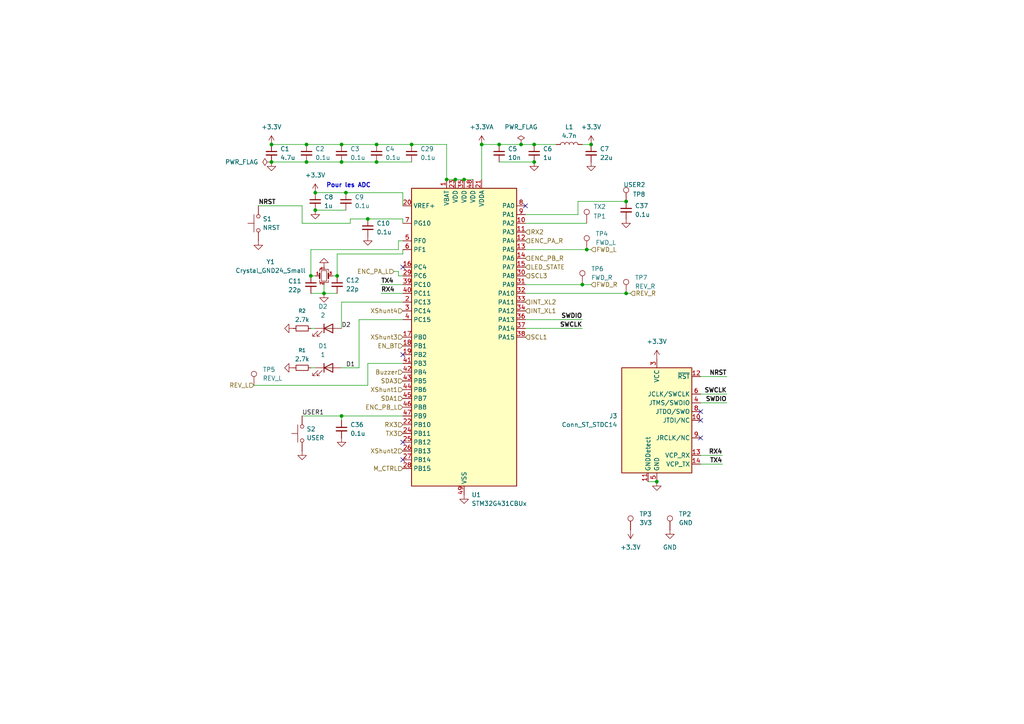
<source format=kicad_sch>
(kicad_sch (version 20250114) (generator "eeschema") (generator_version "9.0")
  (paper "A4")
  (lib_symbols
    (symbol "Connector:Conn_ST_STDC14"
      (property "Reference" "J" (at -8.89 16.51 0))
      (property "Value" "Conn_ST_STDC14" (at 17.78 16.51 0))
      (symbol "Conn_ST_STDC14_0_1"
        (rectangle (start -10.16 15.24) (end 10.16 -15.24) (stroke (width 0.254)) (fill (type background)))
      )
      (symbol "Conn_ST_STDC14_1_1"
        (pin no_connect line (at -10.16 5.08 0) (length 2.54) (hide yes) (name "NC") (number "1"))
        (pin no_connect line (at -10.16 2.54 0) (length 2.54) (hide yes) (name "NC") (number "2"))
        (pin passive line (at -2.54 -17.78 90) (length 2.54) (name "GNDDetect") (number "11"))
        (pin power_in line (at 0 17.78 270) (length 2.54) (name "VCC") (number "3"))
        (pin power_in line (at 0 -17.78 90) (length 2.54) (name "GND") (number "5"))
        (pin passive line (at 0 -17.78 90) (length 2.54) (hide yes) (name "GND") (number "7"))
        (pin open_collector line (at 12.7 12.7 180) (length 2.54) (name "~{RST}") (number "12"))
        (pin output line (at 12.7 7.62 180) (length 2.54) (name "JCLK/SWCLK") (number "6"))
        (pin bidirectional line (at 12.7 5.08 180) (length 2.54) (name "JTMS/SWDIO") (number "4"))
        (pin input line (at 12.7 2.54 180) (length 2.54) (name "JTDO/SWO") (number "8"))
        (pin output line (at 12.7 0 180) (length 2.54) (name "JTDI/NC") (number "10"))
        (pin input line (at 12.7 -5.08 180) (length 2.54) (name "JRCLK/NC") (number "9"))
        (pin output line (at 12.7 -10.16 180) (length 2.54) (name "VCP_RX") (number "13"))
        (pin input line (at 12.7 -12.7 180) (length 2.54) (name "VCP_TX") (number "14"))
      )
    )
    (symbol "Connector:TestPoint" (pin_numbers (hide yes)) (pin_names (offset 0.762) (hide yes))
      (property "Reference" "TP" (at 0 6.858 0))
      (property "Value" "TestPoint" (at 0 5.08 0))
      (symbol "TestPoint_0_1"
        (circle (center 0 3.302) (radius 0.762))
      )
      (symbol "TestPoint_1_1"
        (pin passive line (at 0 0 90) (length 2.54) (name "1") (number "1"))
      )
    )
    (symbol "Device:C_Small" (pin_numbers (hide yes)) (pin_names (offset 0.254) (hide yes))
      (property "Reference" "C" (at 0.254 1.778 0))
      (property "Value" "C_Small" (at 0.254 -2.032 0))
      (symbol "C_Small_0_1"
        (polyline (pts (xy -1.524 0.508) (xy 1.524 0.508)) (stroke (width 0.3048)))
        (polyline (pts (xy -1.524 -0.508) (xy 1.524 -0.508)) (stroke (width 0.3302)))
      )
      (symbol "C_Small_1_1"
        (pin passive line (at 0 2.54 270) (length 2.032) (name "~") (number "1"))
        (pin passive line (at 0 -2.54 90) (length 2.032) (name "~") (number "2"))
      )
    )
    (symbol "Device:Crystal_GND24_Small" (pin_names (offset 1.016) (hide yes))
      (property "Reference" "Y" (at 1.27 4.445 0))
      (property "Value" "Crystal_GND24_Small" (at 1.27 2.54 0))
      (symbol "Crystal_GND24_Small_0_1"
        (polyline (pts (xy -1.27 1.27) (xy -1.27 1.905) (xy 1.27 1.905) (xy 1.27 1.27)))
        (polyline (pts (xy -1.27 -0.762) (xy -1.27 0.762)) (stroke (width 0.381)))
        (polyline (pts (xy -1.27 -1.27) (xy -1.27 -1.905) (xy 1.27 -1.905) (xy 1.27 -1.27)))
        (rectangle (start -0.762 -1.524) (end 0.762 1.524))
        (polyline (pts (xy 1.27 -0.762) (xy 1.27 0.762)) (stroke (width 0.381)))
      )
      (symbol "Crystal_GND24_Small_1_1"
        (pin passive line (at -2.54 0 0) (length 1.27) (name "1") (number "1"))
        (pin passive line (at 0 2.54 270) (length 0.635) (name "4") (number "4"))
        (pin passive line (at 0 -2.54 90) (length 0.635) (name "2") (number "2"))
        (pin passive line (at 2.54 0 180) (length 1.27) (name "3") (number "3"))
      )
    )
    (symbol "Device:L" (pin_numbers (hide yes)) (pin_names (offset 1.016) (hide yes))
      (property "Reference" "L" (at -1.27 0 90))
      (property "Value" "L" (at 1.905 0 90))
      (symbol "L_0_1"
        (arc (start 0 2.54) (mid 0.6323 1.905) (end 0 1.27))
        (arc (start 0 1.27) (mid 0.6323 0.635) (end 0 0))
        (arc (start 0 0) (mid 0.6323 -0.635) (end 0 -1.27))
        (arc (start 0 -1.27) (mid 0.6323 -1.905) (end 0 -2.54))
      )
      (symbol "L_1_1"
        (pin passive line (at 0 3.81 270) (length 1.27) (name "1") (number "1"))
        (pin passive line (at 0 -3.81 90) (length 1.27) (name "2") (number "2"))
      )
    )
    (symbol "Device:LED" (pin_numbers (hide yes)) (pin_names (offset 1.016) (hide yes))
      (property "Reference" "D" (at 0 2.54 0))
      (property "Value" "LED" (at 0 -2.54 0))
      (symbol "LED_0_1"
        (polyline (pts (xy -3.048 -0.762) (xy -4.572 -2.286) (xy -3.81 -2.286) (xy -4.572 -2.286) (xy -4.572 -1.524)))
        (polyline (pts (xy -1.778 -0.762) (xy -3.302 -2.286) (xy -2.54 -2.286) (xy -3.302 -2.286) (xy -3.302 -1.524)))
        (polyline (pts (xy -1.27 0) (xy 1.27 0)))
        (polyline (pts (xy -1.27 -1.27) (xy -1.27 1.27)) (stroke (width 0.254)))
        (polyline (pts (xy 1.27 -1.27) (xy 1.27 1.27) (xy -1.27 0) (xy 1.27 -1.27)) (stroke (width 0.254)))
      )
      (symbol "LED_1_1"
        (pin passive line (at -3.81 0 0) (length 2.54) (name "K") (number "1"))
        (pin passive line (at 3.81 0 180) (length 2.54) (name "A") (number "2"))
      )
    )
    (symbol "Device:R_Small" (pin_numbers (hide yes)) (pin_names (offset 0.254) (hide yes))
      (property "Reference" "R" (at 0 0 90))
      (property "Value" "R_Small" (at 1.778 0 90))
      (symbol "R_Small_0_1"
        (rectangle (start -0.762 1.778) (end 0.762 -1.778) (stroke (width 0.2032)))
      )
      (symbol "R_Small_1_1"
        (pin passive line (at 0 2.54 270) (length 0.762) (name "~") (number "1"))
        (pin passive line (at 0 -2.54 90) (length 0.762) (name "~") (number "2"))
      )
    )
    (symbol "MCU_ST_STM32G4:STM32G431CBUx"
      (property "Reference" "U" (at -15.24 44.45 0))
      (property "Value" "STM32G431CBUx" (at 7.62 44.45 0))
      (symbol "STM32G431CBUx_0_1"
        (rectangle (start -15.24 -43.18) (end 15.24 43.18) (stroke (width 0.254)) (fill (type background)))
      )
      (symbol "STM32G431CBUx_1_1"
        (pin input line (at -17.78 38.1 0) (length 2.54) (name "VREF+") (number "20"))
        (pin bidirectional line (at -17.78 33.02 0) (length 2.54) (name "PG10") (number "7"))
        (pin bidirectional line (at -17.78 27.94 0) (length 2.54) (name "PF0") (number "5"))
        (pin bidirectional line (at -17.78 25.4 0) (length 2.54) (name "PF1") (number "6"))
        (pin bidirectional line (at -17.78 20.32 0) (length 2.54) (name "PC4") (number "16"))
        (pin bidirectional line (at -17.78 17.78 0) (length 2.54) (name "PC6") (number "29"))
        (pin bidirectional line (at -17.78 15.24 0) (length 2.54) (name "PC10") (number "39"))
        (pin bidirectional line (at -17.78 12.7 0) (length 2.54) (name "PC11") (number "40"))
        (pin bidirectional line (at -17.78 10.16 0) (length 2.54) (name "PC13") (number "2"))
        (pin bidirectional line (at -17.78 7.62 0) (length 2.54) (name "PC14") (number "3"))
        (pin bidirectional line (at -17.78 5.08 0) (length 2.54) (name "PC15") (number "4"))
        (pin bidirectional line (at -17.78 0 0) (length 2.54) (name "PB0") (number "17"))
        (pin bidirectional line (at -17.78 -2.54 0) (length 2.54) (name "PB1") (number "18"))
        (pin bidirectional line (at -17.78 -5.08 0) (length 2.54) (name "PB2") (number "19"))
        (pin bidirectional line (at -17.78 -7.62 0) (length 2.54) (name "PB3") (number "41"))
        (pin bidirectional line (at -17.78 -10.16 0) (length 2.54) (name "PB4") (number "42"))
        (pin bidirectional line (at -17.78 -12.7 0) (length 2.54) (name "PB5") (number "43"))
        (pin bidirectional line (at -17.78 -15.24 0) (length 2.54) (name "PB6") (number "44"))
        (pin bidirectional line (at -17.78 -17.78 0) (length 2.54) (name "PB7") (number "45"))
        (pin bidirectional line (at -17.78 -20.32 0) (length 2.54) (name "PB8") (number "46"))
        (pin bidirectional line (at -17.78 -22.86 0) (length 2.54) (name "PB9") (number "47"))
        (pin bidirectional line (at -17.78 -25.4 0) (length 2.54) (name "PB10") (number "22"))
        (pin bidirectional line (at -17.78 -27.94 0) (length 2.54) (name "PB11") (number "24"))
        (pin bidirectional line (at -17.78 -30.48 0) (length 2.54) (name "PB12") (number "25"))
        (pin bidirectional line (at -17.78 -33.02 0) (length 2.54) (name "PB13") (number "26"))
        (pin bidirectional line (at -17.78 -35.56 0) (length 2.54) (name "PB14") (number "27"))
        (pin bidirectional line (at -17.78 -38.1 0) (length 2.54) (name "PB15") (number "28"))
        (pin power_in line (at -5.08 45.72 270) (length 2.54) (name "VBAT") (number "1"))
        (pin power_in line (at -2.54 45.72 270) (length 2.54) (name "VDD") (number "23"))
        (pin power_in line (at 0 45.72 270) (length 2.54) (name "VDD") (number "35"))
        (pin power_in line (at 0 -45.72 90) (length 2.54) (name "VSS") (number "49"))
        (pin power_in line (at 2.54 45.72 270) (length 2.54) (name "VDD") (number "48"))
        (pin power_in line (at 5.08 45.72 270) (length 2.54) (name "VDDA") (number "21"))
        (pin bidirectional line (at 17.78 38.1 180) (length 2.54) (name "PA0") (number "8"))
        (pin bidirectional line (at 17.78 35.56 180) (length 2.54) (name "PA1") (number "9"))
        (pin bidirectional line (at 17.78 33.02 180) (length 2.54) (name "PA2") (number "10"))
        (pin bidirectional line (at 17.78 30.48 180) (length 2.54) (name "PA3") (number "11"))
        (pin bidirectional line (at 17.78 27.94 180) (length 2.54) (name "PA4") (number "12"))
        (pin bidirectional line (at 17.78 25.4 180) (length 2.54) (name "PA5") (number "13"))
        (pin bidirectional line (at 17.78 22.86 180) (length 2.54) (name "PA6") (number "14"))
        (pin bidirectional line (at 17.78 20.32 180) (length 2.54) (name "PA7") (number "15"))
        (pin bidirectional line (at 17.78 17.78 180) (length 2.54) (name "PA8") (number "30"))
        (pin bidirectional line (at 17.78 15.24 180) (length 2.54) (name "PA9") (number "31"))
        (pin bidirectional line (at 17.78 12.7 180) (length 2.54) (name "PA10") (number "32"))
        (pin bidirectional line (at 17.78 10.16 180) (length 2.54) (name "PA11") (number "33"))
        (pin bidirectional line (at 17.78 7.62 180) (length 2.54) (name "PA12") (number "34"))
        (pin bidirectional line (at 17.78 5.08 180) (length 2.54) (name "PA13") (number "36"))
        (pin bidirectional line (at 17.78 2.54 180) (length 2.54) (name "PA14") (number "37"))
        (pin bidirectional line (at 17.78 0 180) (length 2.54) (name "PA15") (number "38"))
      )
    )
    (symbol "Switch:SW_Push" (pin_numbers (hide yes)) (pin_names (offset 1.016) (hide yes))
      (property "Reference" "SW" (at 1.27 2.54 0))
      (property "Value" "SW_Push" (at 0 -1.524 0))
      (symbol "SW_Push_0_1"
        (circle (center -2.032 0) (radius 0.508))
        (polyline (pts (xy 0 1.27) (xy 0 3.048)))
        (circle (center 2.032 0) (radius 0.508))
        (polyline (pts (xy 2.54 1.27) (xy -2.54 1.27)))
        (pin passive line (at -5.08 0 0) (length 2.54) (name "1") (number "1"))
        (pin passive line (at 5.08 0 180) (length 2.54) (name "2") (number "2"))
      )
    )
    (symbol "power:+3.3V" (power) (pin_numbers (hide yes)) (pin_names (offset 0) (hide yes))
      (property "Value" "+3.3V" (at 0 3.556 0))
      (symbol "+3.3V_0_1"
        (polyline (pts (xy -0.762 1.27) (xy 0 2.54)))
        (polyline (pts (xy 0 2.54) (xy 0.762 1.27)))
        (polyline (pts (xy 0 0) (xy 0 2.54)))
      )
      (symbol "+3.3V_1_1"
        (pin power_in line (at 0 0 90) (length 0) (name "~") (number "1"))
      )
    )
    (symbol "power:+3.3VA" (power) (pin_numbers (hide yes)) (pin_names (offset 0) (hide yes))
      (property "Value" "+3.3VA" (at 0 3.556 0))
      (symbol "+3.3VA_0_1"
        (polyline (pts (xy -0.762 1.27) (xy 0 2.54)))
        (polyline (pts (xy 0 2.54) (xy 0.762 1.27)))
        (polyline (pts (xy 0 0) (xy 0 2.54)))
      )
      (symbol "+3.3VA_1_1"
        (pin power_in line (at 0 0 90) (length 0) (name "~") (number "1"))
      )
    )
    (symbol "power:GND" (power) (pin_numbers (hide yes)) (pin_names (offset 0) (hide yes))
      (property "Value" "GND" (at 0 -3.81 0))
      (symbol "GND_0_1"
        (polyline (pts (xy 0 0) (xy 0 -1.27) (xy 1.27 -1.27) (xy 0 -2.54) (xy -1.27 -1.27) (xy 0 -1.27)))
      )
      (symbol "GND_1_1"
        (pin power_in line (at 0 0 270) (length 0) (name "~") (number "1"))
      )
    )
    (symbol "power:PWR_FLAG" (power) (pin_numbers (hide yes)) (pin_names (offset 0) (hide yes))
      (property "Value" "PWR_FLAG" (at 0 3.81 0))
      (symbol "PWR_FLAG_0_0"
        (pin power_out line (at 0 0 90) (length 0) (name "~") (number "1"))
      )
      (symbol "PWR_FLAG_0_1"
        (polyline (pts (xy 0 0) (xy 0 1.27) (xy -1.016 1.905) (xy 0 2.54) (xy 1.016 1.905) (xy 0 1.27)))
      )
    )
  )
  (text "Pour les ADC" (at 101.092 53.848 0) (effects (font (size 1.27 1.27) (thickness 0.254) (bold yes))))
  (junction (at 91.44 55.88))
  (junction (at 93.98 85.09))
  (junction (at 109.22 46.99))
  (junction (at 181.61 85.09))
  (junction (at 119.38 41.91))
  (junction (at 132.08 52.07))
  (junction (at 168.91 82.55))
  (junction (at 88.9 46.99))
  (junction (at 88.9 41.91))
  (junction (at 99.06 41.91))
  (junction (at 181.61 58.42))
  (junction (at 170.18 72.39))
  (junction (at 154.94 46.99))
  (junction (at 106.68 63.5))
  (junction (at 144.78 41.91))
  (junction (at 190.5 139.7))
  (junction (at 151.13 41.91))
  (junction (at 78.74 41.91))
  (junction (at 139.7 41.91))
  (junction (at 99.06 120.65))
  (junction (at 100.33 55.88))
  (junction (at 90.17 80.01))
  (junction (at 171.45 41.91))
  (junction (at 97.79 80.01))
  (junction (at 109.22 41.91))
  (junction (at 129.54 52.07))
  (junction (at 91.44 60.96))
  (junction (at 78.74 46.99))
  (junction (at 99.06 46.99))
  (junction (at 154.94 41.91))
  (junction (at 134.62 52.07))
  (no_connect (at 116.84 128.27))
  (no_connect (at 116.84 133.35))
  (no_connect (at 116.84 77.47))
  (no_connect (at 203.2 127))
  (no_connect (at 116.84 102.87))
  (no_connect (at 203.2 119.38))
  (no_connect (at 152.4 59.69))
  (no_connect (at 203.2 121.92))
  (wire (pts (xy 88.9 46.99) (xy 99.06 46.99)))
  (wire (pts (xy 210.82 114.3) (xy 203.2 114.3)))
  (wire (pts (xy 109.22 41.91) (xy 119.38 41.91)))
  (wire (pts (xy 182.88 85.09) (xy 181.61 85.09)))
  (wire (pts (xy 168.91 41.91) (xy 171.45 41.91)))
  (wire (pts (xy 151.13 41.91) (xy 154.94 41.91)))
  (wire (pts (xy 116.84 73.66) (xy 116.84 72.39)))
  (wire (pts (xy 168.91 92.71) (xy 152.4 92.71)))
  (wire (pts (xy 97.79 80.01) (xy 96.52 80.01)))
  (wire (pts (xy 144.78 41.91) (xy 151.13 41.91)))
  (wire (pts (xy 168.91 82.55) (xy 152.4 82.55)))
  (wire (pts (xy 210.82 109.22) (xy 203.2 109.22)))
  (wire (pts (xy 78.74 46.99) (xy 88.9 46.99)))
  (wire (pts (xy 181.61 85.09) (xy 152.4 85.09)))
  (wire (pts (xy 119.38 41.91) (xy 129.54 41.91)))
  (wire (pts (xy 93.98 85.09) (xy 97.79 85.09)))
  (wire (pts (xy 116.84 87.63) (xy 99.06 87.63)))
  (wire (pts (xy 115.57 80.01) (xy 115.57 78.74)))
  (wire (pts (xy 99.06 121.92) (xy 99.06 120.65)))
  (wire (pts (xy 116.84 59.69) (xy 116.84 55.88)))
  (wire (pts (xy 87.63 64.77) (xy 87.63 59.69)))
  (wire (pts (xy 115.57 69.85) (xy 115.57 72.39)))
  (wire (pts (xy 116.84 63.5) (xy 116.84 64.77)))
  (wire (pts (xy 161.29 41.91) (xy 154.94 41.91)))
  (wire (pts (xy 73.66 111.76) (xy 106.68 111.76)))
  (wire (pts (xy 167.64 58.42) (xy 181.61 58.42)))
  (wire (pts (xy 152.4 62.23) (xy 167.64 62.23)))
  (wire (pts (xy 139.7 41.91) (xy 144.78 41.91)))
  (wire (pts (xy 97.79 73.66) (xy 116.84 73.66)))
  (wire (pts (xy 101.6 64.77) (xy 101.6 63.5)))
  (wire (pts (xy 168.91 95.25) (xy 152.4 95.25)))
  (wire (pts (xy 170.18 64.77) (xy 152.4 64.77)))
  (wire (pts (xy 90.17 106.68) (xy 91.44 106.68)))
  (wire (pts (xy 99.06 46.99) (xy 109.22 46.99)))
  (wire (pts (xy 101.6 63.5) (xy 106.68 63.5)))
  (wire (pts (xy 187.96 139.7) (xy 190.5 139.7)))
  (wire (pts (xy 100.33 55.88) (xy 116.84 55.88)))
  (wire (pts (xy 109.22 46.99) (xy 119.38 46.99)))
  (wire (pts (xy 88.9 41.91) (xy 99.06 41.91)))
  (wire (pts (xy 90.17 72.39) (xy 115.57 72.39)))
  (wire (pts (xy 209.55 134.62) (xy 203.2 134.62)))
  (wire (pts (xy 171.45 72.39) (xy 170.18 72.39)))
  (wire (pts (xy 129.54 52.07) (xy 132.08 52.07)))
  (wire (pts (xy 90.17 72.39) (xy 90.17 80.01)))
  (wire (pts (xy 93.98 85.09) (xy 90.17 85.09)))
  (wire (pts (xy 110.49 85.09) (xy 116.84 85.09)))
  (wire (pts (xy 116.84 92.71) (xy 104.14 92.71)))
  (wire (pts (xy 132.08 52.07) (xy 134.62 52.07)))
  (wire (pts (xy 116.84 69.85) (xy 115.57 69.85)))
  (wire (pts (xy 91.44 60.96) (xy 100.33 60.96)))
  (wire (pts (xy 91.44 55.88) (xy 100.33 55.88)))
  (wire (pts (xy 139.7 52.07) (xy 139.7 41.91)))
  (wire (pts (xy 134.62 52.07) (xy 137.16 52.07)))
  (wire (pts (xy 210.82 116.84) (xy 203.2 116.84)))
  (wire (pts (xy 144.78 46.99) (xy 154.94 46.99)))
  (wire (pts (xy 171.45 82.55) (xy 168.91 82.55)))
  (wire (pts (xy 93.98 82.55) (xy 93.98 85.09)))
  (wire (pts (xy 99.06 41.91) (xy 109.22 41.91)))
  (wire (pts (xy 97.79 73.66) (xy 97.79 80.01)))
  (wire (pts (xy 90.17 80.01) (xy 91.44 80.01)))
  (wire (pts (xy 87.63 59.69) (xy 74.93 59.69)))
  (wire (pts (xy 129.54 41.91) (xy 129.54 52.07)))
  (wire (pts (xy 115.57 80.01) (xy 116.84 80.01)))
  (wire (pts (xy 99.06 87.63) (xy 99.06 95.25)))
  (wire (pts (xy 106.68 63.5) (xy 116.84 63.5)))
  (wire (pts (xy 90.17 95.25) (xy 91.44 95.25)))
  (wire (pts (xy 99.06 106.68) (xy 104.14 106.68)))
  (wire (pts (xy 104.14 92.71) (xy 104.14 106.68)))
  (wire (pts (xy 170.18 72.39) (xy 152.4 72.39)))
  (wire (pts (xy 167.64 62.23) (xy 167.64 58.42)))
  (wire (pts (xy 78.74 41.91) (xy 88.9 41.91)))
  (wire (pts (xy 115.57 78.74) (xy 114.3 78.74)))
  (wire (pts (xy 87.63 64.77) (xy 101.6 64.77)))
  (wire (pts (xy 106.68 111.76) (xy 106.68 105.41)))
  (wire (pts (xy 209.55 132.08) (xy 203.2 132.08)))
  (wire (pts (xy 87.63 120.65) (xy 99.06 120.65)))
  (wire (pts (xy 99.06 120.65) (xy 116.84 120.65)))
  (wire (pts (xy 106.68 105.41) (xy 116.84 105.41)))
  (wire (pts (xy 110.49 82.55) (xy 116.84 82.55)))
  (label "SWCLK" (at 210.82 114.3 180) (effects (font (thickness 0.254) (bold yes))))
  (label "SWDIO" (at 168.91 92.71 180) (effects (font (thickness 0.254) (bold yes))))
  (label "TX4" (at 110.49 82.55 0) (effects (font (thickness 0.254) (bold yes))))
  (label "NRST" (at 74.93 59.69 0) (effects (font (thickness 0.254) (bold yes))))
  (label "D1" (at 100.33 106.68 0))
  (label "RX4" (at 209.55 132.08 180) (effects (font (thickness 0.254) (bold yes))))
  (label "USER1" (at 87.63 120.65 0))
  (label "SWDIO" (at 210.82 116.84 180) (effects (font (thickness 0.254) (bold yes))))
  (label "RX4" (at 110.49 85.09 0) (effects (font (thickness 0.254) (bold yes))))
  (label "SWCLK" (at 168.91 95.25 180) (effects (font (thickness 0.254) (bold yes))))
  (label "TX4" (at 209.55 134.62 180) (effects (font (thickness 0.254) (bold yes))))
  (label "D2" (at 99.06 95.25 0))
  (label "NRST" (at 210.82 109.22 180) (effects (font (thickness 0.254) (bold yes))))
  (hierarchical_label "ENC_PA_L" (shape input) (at 114.3 78.74 180))
  (hierarchical_label "XShunt4" (shape input) (at 116.84 90.17 180))
  (hierarchical_label "REV_R" (shape input) (at 182.88 85.09 0))
  (hierarchical_label "ENC_PB_L" (shape input) (at 116.84 118.11 180))
  (hierarchical_label "SDA1" (shape input) (at 116.84 115.57 180) (effects (font (thickness 0.1588))))
  (hierarchical_label "ENC_PB_R" (shape input) (at 152.4 74.93 0))
  (hierarchical_label "TX3" (shape input) (at 116.84 125.73 180) (effects (font (thickness 0.1588))))
  (hierarchical_label "INT_XL2" (shape input) (at 152.4 87.63 0) (effects (font (thickness 0.1588))))
  (hierarchical_label "M_CTRL" (shape input) (at 116.84 135.89 180) (effects (font (thickness 0.1588))))
  (hierarchical_label "LED_STATE" (shape input) (at 152.4 77.47 0))
  (hierarchical_label "FWD_L" (shape input) (at 171.45 72.39 0))
  (hierarchical_label "XShunt1" (shape input) (at 116.84 113.03 180))
  (hierarchical_label "FWD_R" (shape input) (at 171.45 82.55 0))
  (hierarchical_label "INT_XL1" (shape input) (at 152.4 90.17 0) (effects (font (thickness 0.1588))))
  (hierarchical_label "XShunt2" (shape input) (at 116.84 130.81 180))
  (hierarchical_label "EN_BT" (shape input) (at 116.84 100.33 180))
  (hierarchical_label "ENC_PA_R" (shape input) (at 152.4 69.85 0))
  (hierarchical_label "Buzzer" (shape input) (at 116.84 107.95 180))
  (hierarchical_label "REV_L" (shape input) (at 73.66 111.76 180))
  (hierarchical_label "RX2" (shape input) (at 152.4 67.31 0) (effects (font (thickness 0.1588))))
  (hierarchical_label "SCL1" (shape input) (at 152.4 97.79 0) (effects (font (thickness 0.1588))))
  (hierarchical_label "RX3" (shape input) (at 116.84 123.19 180) (effects (font (thickness 0.1588))))
  (hierarchical_label "XShunt3" (shape input) (at 116.84 97.79 180))
  (hierarchical_label "SDA3" (shape input) (at 116.84 110.49 180) (effects (font (thickness 0.1588))))
  (hierarchical_label "SCL3" (shape input) (at 152.4 80.01 0) (effects (font (thickness 0.1588))))
  (symbol (lib_id "power:+3.3V") (at 171.45 41.91 0) (unit 1)
    (property "Reference" "#PWR03" (effects (hide yes)))
    (property "Value" "+3.3V" (at 171.45 36.83 0))
    (property "Description" "Power symbol creates a global label with name \"+3.3V\"" (effects (hide yes)))
  )
  (symbol (lib_id "power:GND") (at 106.68 68.58 0) (unit 1)
    (property "Reference" "#PWR010" (effects (hide yes)))
    (property "Value" "GND" (effects (hide yes)))
    (property "Description" "Power symbol creates a global label with name \"GND\" , ground" (effects (hide yes)))
  )
  (symbol (lib_id "power:+3.3V") (at 91.44 55.88 0) (unit 1)
    (property "Reference" "#PWR017" (effects (hide yes)))
    (property "Value" "+3.3V" (at 91.44 50.8 0))
    (property "Description" "Power symbol creates a global label with name \"+3.3V\"" (effects (hide yes)))
  )
  (symbol (lib_id "power:GND") (at 93.98 77.47 180) (unit 1)
    (property "Reference" "#PWR011" (effects (hide yes)))
    (property "Value" "GND" (effects (hide yes)))
    (property "Description" "Power symbol creates a global label with name \"GND\" , ground" (effects (hide yes)))
  )
  (symbol (lib_id "Connector:Conn_ST_STDC14") (at 190.5 121.92 0) (unit 1)
    (property "Reference" "J3" (at 179.07 120.6499 0) (effects (justify right)))
    (property "Value" "Conn_ST_STDC14" (at 179.07 123.1899 0) (effects (justify right)))
    (property "Footprint" "Connector_PinHeader_1.27mm:PinHeader_2x07_P1.27mm_Vertical_SMD" (effects (hide yes)))
    (property "Datasheet" "https://www.st.com/content/ccc/resource/technical/document/user_manual/group1/99/49/91/b6/b2/3a/46/e5/DM00526767/files/DM00526767.pdf/jcr:content/translations/en.DM00526767.pdf" (effects (hide yes)))
    (property "Description" "ST Debug Connector, standard ARM Cortex-M SWD and JTAG interface plus UART" (effects (hide yes)))
  )
  (symbol (lib_id "Device:C_Small") (at 171.45 44.45 0) (unit 1)
    (property "Reference" "C7" (at 173.99 43.1862 0) (effects (justify left)))
    (property "Value" "22u" (at 173.99 45.7262 0) (effects (justify left)))
    (property "Footprint" "Capacitor_SMD:C_0603_1608Metric" (effects (hide yes)))
    (property "Description" "Unpolarized capacitor, small symbol" (effects (hide yes)))
  )
  (symbol (lib_id "Device:C_Small") (at 109.22 44.45 0) (unit 1)
    (property "Reference" "C4" (at 111.76 43.1862 0) (effects (justify left)))
    (property "Value" "0.1u" (at 111.76 45.7262 0) (effects (justify left)))
    (property "Footprint" "Capacitor_SMD:C_0402_1005Metric" (effects (hide yes)))
    (property "Description" "Unpolarized capacitor, small symbol" (effects (hide yes)))
  )
  (symbol (lib_id "Device:C_Small") (at 100.33 58.42 0) (unit 1)
    (property "Reference" "C9" (at 102.87 57.1562 0) (effects (justify left)))
    (property "Value" "0.1u" (at 102.87 59.6962 0) (effects (justify left)))
    (property "Footprint" "Capacitor_SMD:C_0402_1005Metric" (effects (hide yes)))
    (property "Description" "Unpolarized capacitor, small symbol" (effects (hide yes)))
  )
  (symbol (lib_id "Switch:SW_Push") (at 74.93 64.77 90) (unit 1)
    (property "Reference" "S1" (at 76.2 63.4999 90) (effects (justify right)))
    (property "Value" "NRST" (at 76.2 66.0399 90) (effects (justify right)))
    (property "Footprint" "ESE:430182070816" (effects (hide yes)))
    (property "Description" "Push button switch, generic, two pins" (effects (hide yes)))
  )
  (symbol (lib_id "Connector:TestPoint") (at 181.61 85.09 0) (unit 1)
    (property "Reference" "TP7" (at 184.15 80.5179 0) (effects (justify left)))
    (property "Value" "REV_R" (at 184.15 83.0579 0) (effects (justify left)))
    (property "Footprint" "TestPoint:TestPoint_Bridge_Pitch2.0mm_Drill0.7mm" (effects (hide yes)))
    (property "Description" "test point" (effects (hide yes)))
  )
  (symbol (lib_id "power:GND") (at 134.62 143.51 0) (unit 1)
    (property "Reference" "#PWR022" (effects (hide yes)))
    (property "Value" "GND" (effects (hide yes)))
    (property "Description" "Power symbol creates a global label with name \"GND\" , ground" (effects (hide yes)))
  )
  (symbol (lib_id "Connector:TestPoint") (at 73.66 111.76 0) (unit 1)
    (property "Reference" "TP5" (at 76.2 107.1879 0) (effects (justify left)))
    (property "Value" "REV_L" (at 76.2 109.7279 0) (effects (justify left)))
    (property "Footprint" "TestPoint:TestPoint_Bridge_Pitch2.0mm_Drill0.7mm" (effects (hide yes)))
    (property "Description" "test point" (effects (hide yes)))
  )
  (symbol (lib_id "Device:C_Small") (at 144.78 44.45 0) (unit 1)
    (property "Reference" "C5" (at 147.32 43.1862 0) (effects (justify left)))
    (property "Value" "10n" (at 147.32 45.7262 0) (effects (justify left)))
    (property "Footprint" "Capacitor_SMD:C_0402_1005Metric" (effects (hide yes)))
    (property "Description" "Unpolarized capacitor, small symbol" (effects (hide yes)))
  )
  (symbol (lib_id "Connector:TestPoint") (at 168.91 82.55 0) (unit 1)
    (property "Reference" "TP6" (at 171.45 77.9779 0) (effects (justify left)))
    (property "Value" "FWD_R" (at 171.45 80.5179 0) (effects (justify left)))
    (property "Footprint" "TestPoint:TestPoint_Bridge_Pitch2.0mm_Drill0.7mm" (effects (hide yes)))
    (property "Description" "test point" (effects (hide yes)))
  )
  (symbol (lib_id "power:+3.3VA") (at 139.7 41.91 0) (unit 1)
    (property "Reference" "#PWR02" (effects (hide yes)))
    (property "Value" "+3.3VA" (at 139.7 36.83 0))
    (property "Description" "Power symbol creates a global label with name \"+3.3VA\"" (effects (hide yes)))
  )
  (symbol (lib_id "Device:C_Small") (at 97.79 82.55 0) (unit 1)
    (property "Reference" "C12" (at 100.33 81.2862 0) (effects (justify left)))
    (property "Value" "22p" (at 100.33 83.8262 0) (effects (justify left)))
    (property "Footprint" "Capacitor_SMD:C_0402_1005Metric" (effects (hide yes)))
    (property "Description" "Unpolarized capacitor, small symbol" (effects (hide yes)))
  )
  (symbol (lib_id "Device:C_Small") (at 106.68 66.04 0) (unit 1)
    (property "Reference" "C10" (at 109.22 64.7762 0) (effects (justify left)))
    (property "Value" "0.1u" (at 109.22 67.3162 0) (effects (justify left)))
    (property "Footprint" "Capacitor_SMD:C_0402_1005Metric" (effects (hide yes)))
    (property "Description" "Unpolarized capacitor, small symbol" (effects (hide yes)))
  )
  (symbol (lib_id "power:+3.3V") (at 78.74 41.91 0) (unit 1)
    (property "Reference" "#PWR01" (effects (hide yes)))
    (property "Value" "+3.3V" (at 78.74 36.83 0))
    (property "Description" "Power symbol creates a global label with name \"+3.3V\"" (effects (hide yes)))
  )
  (symbol (lib_id "Device:Crystal_GND24_Small") (at 93.98 80.01 0) (unit 1)
    (property "Reference" "Y1" (at 78.486 75.946 0))
    (property "Value" "Crystal_GND24_Small" (at 78.486 78.486 0))
    (property "Footprint" "Crystal:Crystal_SMD_3225-4Pin_3.2x2.5mm" (effects (hide yes)))
    (property "Description" "Four pin crystal, GND on pins 2 and 4, small symbol" (effects (hide yes)))
  )
  (symbol (lib_id "power:GND") (at 91.44 60.96 0) (unit 1)
    (property "Reference" "#PWR07" (effects (hide yes)))
    (property "Value" "GND" (effects (hide yes)))
    (property "Description" "Power symbol creates a global label with name \"GND\" , ground" (effects (hide yes)))
  )
  (symbol (lib_id "Connector:TestPoint") (at 170.18 64.77 0) (unit 1)
    (property "Reference" "TP1" (at 175.768 62.738 0) (effects (justify right)))
    (property "Value" "TX2" (at 175.768 59.944 0) (effects (justify right)))
    (property "Description" "test point" (effects (hide yes)))
  )
  (symbol (lib_id "power:GND") (at 154.94 46.99 0) (unit 1)
    (property "Reference" "#PWR05" (effects (hide yes)))
    (property "Value" "GND" (effects (hide yes)))
    (property "Description" "Power symbol creates a global label with name \"GND\" , ground" (effects (hide yes)))
  )
  (symbol (lib_id "Device:C_Small") (at 154.94 44.45 0) (unit 1)
    (property "Reference" "C6" (at 157.48 43.1862 0) (effects (justify left)))
    (property "Value" "1u" (at 157.48 45.7262 0) (effects (justify left)))
    (property "Footprint" "Capacitor_SMD:C_0402_1005Metric" (effects (hide yes)))
    (property "Description" "Unpolarized capacitor, small symbol" (effects (hide yes)))
  )
  (symbol (lib_id "power:GND") (at 78.74 46.99 0) (unit 1)
    (property "Reference" "#PWR04" (effects (hide yes)))
    (property "Value" "GND" (effects (hide yes)))
    (property "Description" "Power symbol creates a global label with name \"GND\" , ground" (effects (hide yes)))
  )
  (symbol (lib_id "Connector:TestPoint") (at 170.18 72.39 0) (unit 1)
    (property "Reference" "TP4" (at 172.72 67.8179 0) (effects (justify left)))
    (property "Value" "FWD_L" (at 172.72 70.3579 0) (effects (justify left)))
    (property "Footprint" "TestPoint:TestPoint_Bridge_Pitch2.0mm_Drill0.7mm" (effects (hide yes)))
    (property "Description" "test point" (effects (hide yes)))
  )
  (symbol (lib_id "Switch:SW_Push") (at 87.63 125.73 90) (unit 1)
    (property "Reference" "S2" (at 88.9 124.4599 90) (effects (justify right)))
    (property "Value" "USER" (at 88.9 126.9999 90) (effects (justify right)))
    (property "Footprint" "ESE:430182070816" (effects (hide yes)))
    (property "Description" "Push button switch, generic, two pins" (effects (hide yes)))
  )
  (symbol (lib_id "power:PWR_FLAG") (at 78.74 46.99 90) (unit 1)
    (property "Reference" "#FLG02" (effects (hide yes)))
    (property "Value" "PWR_FLAG" (at 74.93 46.9899 90) (effects (justify left)))
    (property "Description" "Special symbol for telling ERC where power comes from" (effects (hide yes)))
  )
  (symbol (lib_id "Connector:TestPoint") (at 181.61 58.42 0) (unit 1)
    (property "Reference" "TP8" (at 187.198 56.388 0) (effects (justify right)))
    (property "Value" "USER2" (at 187.198 53.594 0) (effects (justify right)))
    (property "Description" "test point" (effects (hide yes)))
  )
  (symbol (lib_id "power:GND") (at 194.31 153.67 0) (unit 1)
    (property "Reference" "#PWR08" (effects (hide yes)))
    (property "Value" "GND" (at 194.31 158.75 0))
    (property "Description" "Power symbol creates a global label with name \"GND\" , ground" (effects (hide yes)))
  )
  (symbol (lib_id "power:GND") (at 181.61 63.5 0) (unit 1)
    (property "Reference" "#PWR037" (effects (hide yes)))
    (property "Value" "GND" (effects (hide yes)))
    (property "Description" "Power symbol creates a global label with name \"GND\" , ground" (effects (hide yes)))
  )
  (symbol (lib_id "Device:R_Small") (at 87.63 95.25 90) (unit 1)
    (property "Reference" "R2" (at 87.63 90.17 90) (effects (font (size 1.016 1.016))))
    (property "Value" "2.7k" (at 87.63 92.71 90))
    (property "Footprint" "Resistor_SMD:R_0402_1005Metric" (effects (hide yes)))
    (property "Description" "Resistor, small symbol" (effects (hide yes)))
  )
  (symbol (lib_id "power:+3.3V") (at 182.88 153.67 180) (unit 1)
    (property "Reference" "#PWR09" (effects (hide yes)))
    (property "Value" "+3.3V" (at 182.88 158.75 0))
    (property "Description" "Power symbol creates a global label with name \"+3.3V\"" (effects (hide yes)))
  )
  (symbol (lib_id "power:GND") (at 190.5 139.7 0) (unit 1)
    (property "Reference" "#PWR088" (effects (hide yes)))
    (property "Value" "GND" (effects (hide yes)))
    (property "Description" "Power symbol creates a global label with name \"GND\" , ground" (effects (hide yes)))
  )
  (symbol (lib_id "Device:R_Small") (at 87.63 106.68 90) (unit 1)
    (property "Reference" "R1" (at 87.63 101.6 90) (effects (font (size 1.016 1.016))))
    (property "Value" "2.7k" (at 87.63 104.14 90))
    (property "Footprint" "Resistor_SMD:R_0402_1005Metric" (effects (hide yes)))
    (property "Description" "Resistor, small symbol" (effects (hide yes)))
  )
  (symbol (lib_id "Device:C_Small") (at 181.61 60.96 0) (unit 1)
    (property "Reference" "C37" (at 184.15 59.6962 0) (effects (justify left)))
    (property "Value" "0.1u" (at 184.15 62.2362 0) (effects (justify left)))
    (property "Footprint" "Capacitor_SMD:C_0402_1005Metric" (effects (hide yes)))
    (property "Description" "Unpolarized capacitor, small symbol" (effects (hide yes)))
  )
  (symbol (lib_id "power:GND") (at 74.93 69.85 0) (unit 1)
    (property "Reference" "#PWR021" (effects (hide yes)))
    (property "Value" "GND" (effects (hide yes)))
    (property "Description" "Power symbol creates a global label with name \"GND\" , ground" (effects (hide yes)))
  )
  (symbol (lib_id "power:+3.3V") (at 190.5 104.14 0) (unit 1)
    (property "Reference" "#PWR089" (effects (hide yes)))
    (property "Value" "+3.3V" (at 190.5 99.06 0))
    (property "Description" "Power symbol creates a global label with name \"+3.3V\"" (effects (hide yes)))
  )
  (symbol (lib_id "power:GND") (at 85.09 95.25 270) (unit 1)
    (property "Reference" "#PWR016" (effects (hide yes)))
    (property "Value" "GND" (effects (hide yes)))
    (property "Description" "Power symbol creates a global label with name \"GND\" , ground" (effects (hide yes)))
  )
  (symbol (lib_id "power:PWR_FLAG") (at 151.13 41.91 0) (unit 1)
    (property "Reference" "#FLG01" (effects (hide yes)))
    (property "Value" "PWR_FLAG" (at 151.13 36.83 0))
    (property "Description" "Special symbol for telling ERC where power comes from" (effects (hide yes)))
  )
  (symbol (lib_id "power:GND") (at 99.06 127 0) (unit 1)
    (property "Reference" "#PWR018" (effects (hide yes)))
    (property "Value" "GND" (effects (hide yes)))
    (property "Description" "Power symbol creates a global label with name \"GND\" , ground" (effects (hide yes)))
  )
  (symbol (lib_id "Connector:TestPoint") (at 194.31 153.67 0) (unit 1)
    (property "Reference" "TP2" (at 196.85 149.0979 0) (effects (justify left)))
    (property "Value" "GND" (at 196.85 151.6379 0) (effects (justify left)))
    (property "Footprint" "TestPoint:TestPoint_Bridge_Pitch2.0mm_Drill0.7mm" (effects (hide yes)))
    (property "Description" "test point" (effects (hide yes)))
  )
  (symbol (lib_id "Device:LED") (at 95.25 106.68 0) (unit 1)
    (property "Reference" "D1" (at 93.6625 100.33 0))
    (property "Value" "1" (at 93.6625 102.87 0))
    (property "Footprint" "LED_SMD:LED_0603_1608Metric" (effects (hide yes)))
    (property "Description" "Light emitting diode" (effects (hide yes)))
    (property "Sim.Pins" "1=K 2=A" (effects (hide yes)))
  )
  (symbol (lib_id "Device:L") (at 165.1 41.91 90) (unit 1)
    (property "Reference" "L1" (at 165.1 36.83 90))
    (property "Value" "4.7n" (at 165.1 39.37 90))
    (property "Footprint" "Inductor_SMD:L_0402_1005Metric" (effects (hide yes)))
    (property "Description" "Inductor" (effects (hide yes)))
  )
  (symbol (lib_id "power:GND") (at 87.63 130.81 0) (unit 1)
    (property "Reference" "#PWR035" (effects (hide yes)))
    (property "Value" "GND" (effects (hide yes)))
    (property "Description" "Power symbol creates a global label with name \"GND\" , ground" (effects (hide yes)))
  )
  (symbol (lib_id "Device:C_Small") (at 90.17 82.55 0) (unit 1)
    (property "Reference" "C11" (at 83.566 81.534 0) (effects (justify left)))
    (property "Value" "22p" (at 83.566 84.074 0) (effects (justify left)))
    (property "Footprint" "Capacitor_SMD:C_0402_1005Metric" (effects (hide yes)))
    (property "Description" "Unpolarized capacitor, small symbol" (effects (hide yes)))
  )
  (symbol (lib_id "Device:C_Small") (at 78.74 44.45 0) (unit 1)
    (property "Reference" "C1" (at 81.28 43.1862 0) (effects (justify left)))
    (property "Value" "4.7u" (at 81.28 45.7262 0) (effects (justify left)))
    (property "Footprint" "Capacitor_SMD:C_0402_1005Metric" (effects (hide yes)))
    (property "Description" "Unpolarized capacitor, small symbol" (effects (hide yes)))
  )
  (symbol (lib_id "Device:C_Small") (at 91.44 58.42 0) (unit 1)
    (property "Reference" "C8" (at 93.98 57.1562 0) (effects (justify left)))
    (property "Value" "1u" (at 93.98 59.6962 0) (effects (justify left)))
    (property "Footprint" "Capacitor_SMD:C_0402_1005Metric" (effects (hide yes)))
    (property "Description" "Unpolarized capacitor, small symbol" (effects (hide yes)))
  )
  (symbol (lib_id "Device:C_Small") (at 99.06 44.45 0) (unit 1)
    (property "Reference" "C3" (at 101.6 43.1862 0) (effects (justify left)))
    (property "Value" "0.1u" (at 101.6 45.7262 0) (effects (justify left)))
    (property "Footprint" "Capacitor_SMD:C_0402_1005Metric" (effects (hide yes)))
    (property "Description" "Unpolarized capacitor, small symbol" (effects (hide yes)))
  )
  (symbol (lib_id "power:GND") (at 85.09 106.68 270) (unit 1)
    (property "Reference" "#PWR013" (effects (hide yes)))
    (property "Value" "GND" (effects (hide yes)))
    (property "Description" "Power symbol creates a global label with name \"GND\" , ground" (effects (hide yes)))
  )
  (symbol (lib_id "Device:C_Small") (at 119.38 44.45 0) (unit 1)
    (property "Reference" "C29" (at 121.92 43.1862 0) (effects (justify left)))
    (property "Value" "0.1u" (at 121.92 45.7262 0) (effects (justify left)))
    (property "Footprint" "Capacitor_SMD:C_0402_1005Metric" (effects (hide yes)))
    (property "Description" "Unpolarized capacitor, small symbol" (effects (hide yes)))
  )
  (symbol (lib_id "Device:LED") (at 95.25 95.25 0) (unit 1)
    (property "Reference" "D2" (at 93.6625 88.9 0))
    (property "Value" "2" (at 93.6625 91.44 0))
    (property "Footprint" "LED_SMD:LED_0603_1608Metric" (effects (hide yes)))
    (property "Description" "Light emitting diode" (effects (hide yes)))
    (property "Sim.Pins" "1=K 2=A" (effects (hide yes)))
  )
  (symbol (lib_id "Device:C_Small") (at 99.06 124.46 0) (unit 1)
    (property "Reference" "C36" (at 101.6 123.1962 0) (effects (justify left)))
    (property "Value" "0.1u" (at 101.6 125.7362 0) (effects (justify left)))
    (property "Footprint" "Capacitor_SMD:C_0402_1005Metric" (effects (hide yes)))
    (property "Description" "Unpolarized capacitor, small symbol" (effects (hide yes)))
  )
  (symbol (lib_id "power:GND") (at 171.45 46.99 0) (unit 1)
    (property "Reference" "#PWR06" (effects (hide yes)))
    (property "Value" "GND" (effects (hide yes)))
    (property "Description" "Power symbol creates a global label with name \"GND\" , ground" (effects (hide yes)))
  )
  (symbol (lib_id "power:GND") (at 93.98 85.09 0) (unit 1)
    (property "Reference" "#PWR012" (effects (hide yes)))
    (property "Value" "GND" (effects (hide yes)))
    (property "Description" "Power symbol creates a global label with name \"GND\" , ground" (effects (hide yes)))
  )
  (symbol (lib_id "Connector:TestPoint") (at 182.88 153.67 0) (unit 1)
    (property "Reference" "TP3" (at 185.42 149.0979 0) (effects (justify left)))
    (property "Value" "3V3" (at 185.42 151.6379 0) (effects (justify left)))
    (property "Footprint" "TestPoint:TestPoint_Bridge_Pitch2.0mm_Drill0.7mm" (effects (hide yes)))
    (property "Description" "test point" (effects (hide yes)))
  )
  (symbol (lib_id "Device:C_Small") (at 88.9 44.45 0) (unit 1)
    (property "Reference" "C2" (at 91.44 43.1862 0) (effects (justify left)))
    (property "Value" "0.1u" (at 91.44 45.7262 0) (effects (justify left)))
    (property "Footprint" "Capacitor_SMD:C_0402_1005Metric" (effects (hide yes)))
    (property "Description" "Unpolarized capacitor, small symbol" (effects (hide yes)))
  )
  (symbol (lib_id "MCU_ST_STM32G4:STM32G431CBUx") (at 134.62 97.79 0) (unit 1)
    (property "Reference" "U1" (at 136.7633 143.51 0) (effects (justify left)))
    (property "Value" "STM32G431CBUx" (at 136.7633 146.05 0) (effects (justify left)))
    (property "Footprint" "Package_DFN_QFN:QFN-48-1EP_7x7mm_P0.5mm_EP5.6x5.6mm" (effects (hide yes)))
    (property "Datasheet" "https://www.st.com/resource/en/datasheet/stm32g431cb.pdf" (effects (hide yes)))
    (property "Description" "STMicroelectronics Arm Cortex-M4 MCU, 128KB flash, 32KB RAM, 170 MHz, 1.71-3.6V, 42 GPIO, UFQFPN48" (effects (hide yes)))
  )
)
</source>
